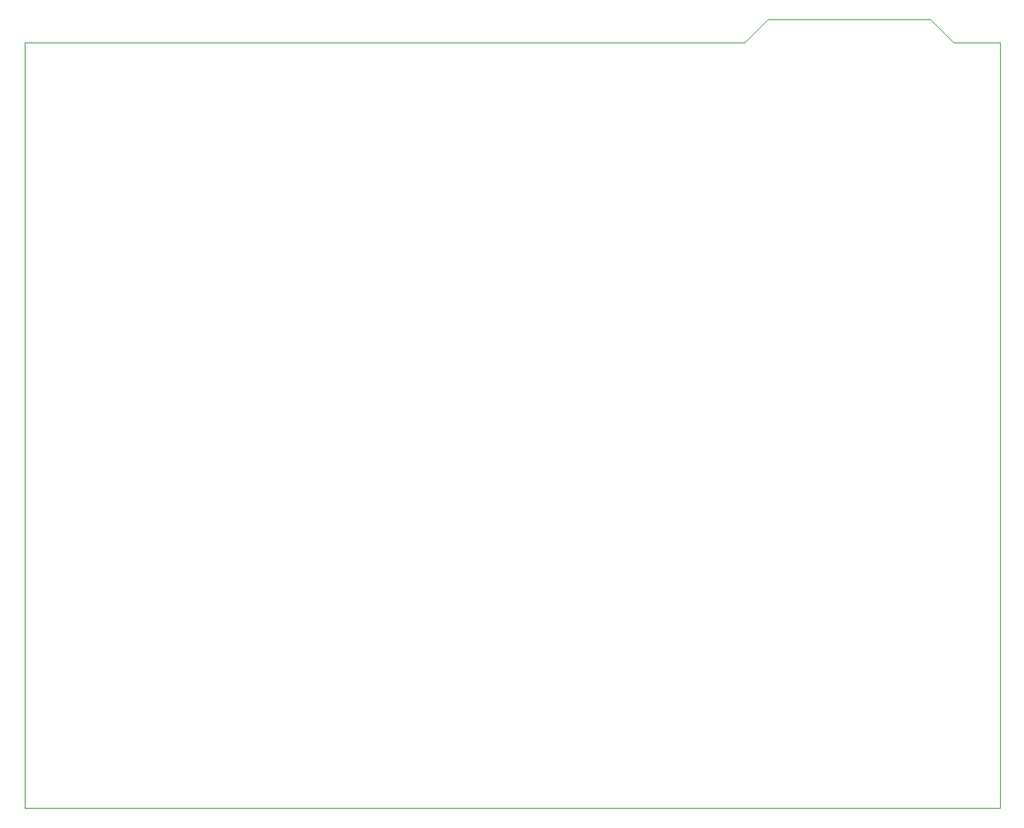
<source format=gbr>
%TF.GenerationSoftware,KiCad,Pcbnew,5.1.9+dfsg1-1*%
%TF.CreationDate,2021-08-13T18:22:45-07:00*%
%TF.ProjectId,Bus2021A_Protoboard,42757332-3032-4314-915f-50726f746f62,rev?*%
%TF.SameCoordinates,Original*%
%TF.FileFunction,Profile,NP*%
%FSLAX46Y46*%
G04 Gerber Fmt 4.6, Leading zero omitted, Abs format (unit mm)*
G04 Created by KiCad (PCBNEW 5.1.9+dfsg1-1) date 2021-08-13 18:22:45*
%MOMM*%
%LPD*%
G01*
G04 APERTURE LIST*
%TA.AperFunction,Profile*%
%ADD10C,0.050000*%
%TD*%
G04 APERTURE END LIST*
D10*
X200660000Y-52070000D02*
X201930000Y-52070000D01*
X201930000Y-52070000D02*
X205740000Y-52070000D01*
X198120000Y-49530000D02*
X200660000Y-52070000D01*
X180340000Y-49530000D02*
X198120000Y-49530000D01*
X177800000Y-52070000D02*
X180340000Y-49530000D01*
X99060000Y-52070000D02*
X177800000Y-52070000D01*
X99060000Y-135890000D02*
X99060000Y-52070000D01*
X205740000Y-135890000D02*
X99060000Y-135890000D01*
X205740000Y-52070000D02*
X205740000Y-135890000D01*
M02*

</source>
